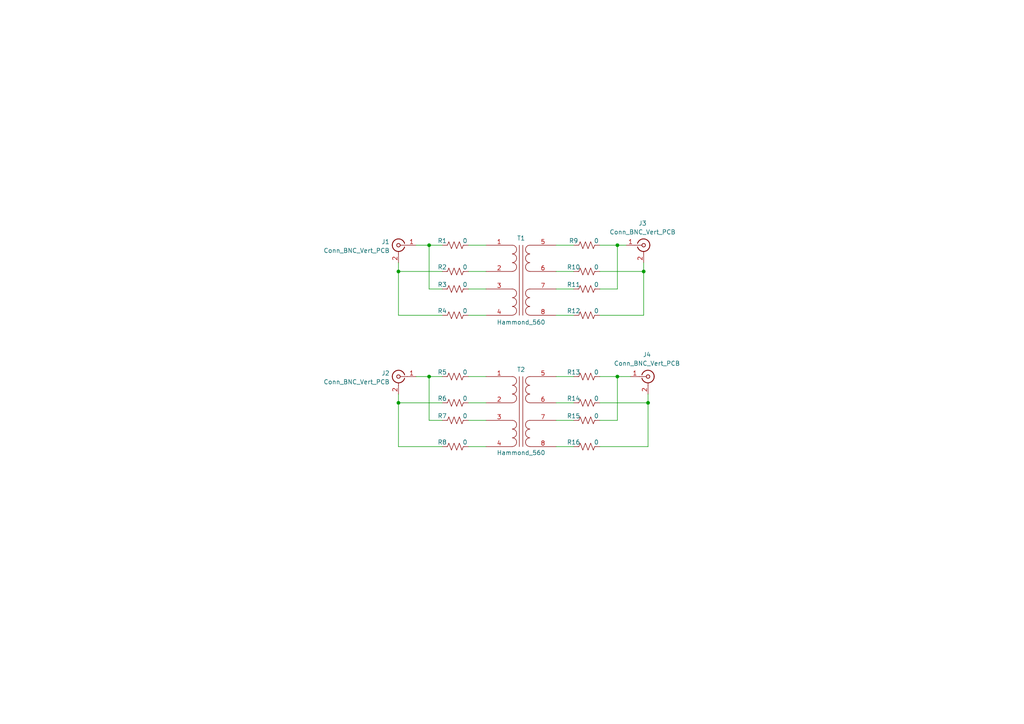
<source format=kicad_sch>
(kicad_sch (version 20231120) (generator "eeschema") (generator_version "8.0")
  (paper "A4")
  (title_block (title "Passive Balanced Audio Isolator") (date "2024-04-22") (rev "A0"))
  (lib_symbols
    (symbol "Device:R_US" (pin_numbers hide) (pin_names (offset 0))
      (property "Reference" "R" (at 2.54 0 90))
      (property "Value" "R_US" (at -2.54 0 90))
      (symbol "R_US_0_1"
        (polyline (pts (xy 0 -2.286) (xy 0 -2.54)))
        (polyline (pts (xy 0 2.286) (xy 0 2.54)))
        (polyline (pts (xy 0 -0.762) (xy 1.016 -1.143) (xy 0 -1.524) (xy -1.016 -1.905) (xy 0 -2.286)))
        (polyline (pts (xy 0 0.762) (xy 1.016 0.381) (xy 0 0) (xy -1.016 -0.381) (xy 0 -0.762)))
        (polyline (pts (xy 0 2.286) (xy 1.016 1.905) (xy 0 1.524) (xy -1.016 1.143) (xy 0 0.762)))
      )
      (symbol "R_US_1_1"
        (pin passive line (at 0 3.81 270) (length 1.27) (name "~") (number "1"))
        (pin passive line (at 0 -3.81 90) (length 1.27) (name "~") (number "2"))
      )
    )
    (symbol "vulcu:Conn_BNC_Vert_PCB" (pin_names (offset 1.016) hide)
      (property "Reference" "J" (at 0.254 3.048 0))
      (property "Value" "Conn_BNC_Vert_PCB" (at 0 4.826 0))
      (symbol "Conn_BNC_Vert_PCB_0_1"
        (arc (start -1.778 -0.508) (mid 0.2311 -1.8066) (end 1.778 0) (stroke (width 0.254)))
        (polyline (pts (xy -2.54 0) (xy -0.508 0)))
        (polyline (pts (xy 0 -2.54) (xy 0 -1.778)))
        (circle (center 0 0) (radius 0.508) (stroke (width 0.2032)))
        (arc (start 1.778 0) (mid 0.2099 1.8101) (end -1.778 0.508) (stroke (width 0.254)))
      )
      (symbol "Conn_BNC_Vert_PCB_1_1"
        (pin passive line (at -5.08 0 0) (length 2.54) (name "In") (number "1"))
        (pin passive line (at 0 -5.08 90) (length 2.54) (name "Ext") (number "2"))
      )
    )
    (symbol "vulcu:Hammond_560" (pin_names (offset 1.016) hide)
      (property "Reference" "T" (at 0 12.7 0))
      (property "Value" "Hammond_560" (at 0 -12.7 0))
      (property "Footprint" "vulcu:XFMR_3302W64P508L4166H216Q9B" (at -0.254 -17.78 0))
      (symbol "Hammond_560_0_1"
        (arc (start -2.54 -10.1346) (mid -1.6599 -9.7701) (end -1.2954 -8.89))
        (arc (start -2.54 -7.5946) (mid -1.6599 -7.2301) (end -1.2954 -6.35))
        (arc (start -2.54 -5.0546) (mid -1.6599 -4.6901) (end -1.2954 -3.81))
        (arc (start -2.54 2.5654) (mid -1.6599 2.9299) (end -1.2954 3.81))
        (arc (start -2.54 5.1054) (mid -1.6599 5.4699) (end -1.2954 6.35))
        (arc (start -2.54 7.6454) (mid -1.6599 8.0099) (end -1.2954 8.89))
        (arc (start -1.2954 -8.89) (mid -1.6457 -7.9883) (end -2.54 -7.62))
        (arc (start -1.2954 -6.35) (mid -1.6457 -5.4483) (end -2.54 -5.08))
        (arc (start -1.2954 -3.81) (mid -1.6457 -2.9083) (end -2.54 -2.54))
        (arc (start -1.2954 3.81) (mid -1.6457 4.7117) (end -2.54 5.08))
        (arc (start -1.2954 6.35) (mid -1.6457 7.2517) (end -2.54 7.62))
        (arc (start -1.2954 8.89) (mid -1.6457 9.7917) (end -2.54 10.16))
        (polyline (pts (xy -0.508 -10.16) (xy -0.508 10.16)))
        (polyline (pts (xy 0.508 10.16) (xy 0.508 -10.16)))
        (arc (start 1.2954 -8.89) (mid 1.6599 -9.7701) (end 2.54 -10.1346))
        (arc (start 1.2954 -6.35) (mid 1.6599 -7.2301) (end 2.54 -7.5946))
        (arc (start 1.2954 -3.81) (mid 1.6599 -4.6901) (end 2.54 -5.0546))
        (arc (start 1.2954 3.81) (mid 1.6599 2.9299) (end 2.54 2.5654))
        (arc (start 1.2954 6.35) (mid 1.6599 5.4699) (end 2.54 5.1054))
        (arc (start 1.2954 8.89) (mid 1.6599 8.0099) (end 2.54 7.6454))
        (arc (start 2.54 -7.62) (mid 1.642 -7.992) (end 1.2954 -8.89))
        (arc (start 2.54 -5.08) (mid 1.642 -5.452) (end 1.2954 -6.35))
        (arc (start 2.54 -2.54) (mid 1.642 -2.912) (end 1.2954 -3.81))
        (arc (start 2.54 5.08) (mid 1.642 4.708) (end 1.2954 3.81))
        (arc (start 2.54 7.62) (mid 1.642 7.248) (end 1.2954 6.35))
        (arc (start 2.54 10.16) (mid 1.642 9.788) (end 1.2954 8.89))
      )
      (symbol "Hammond_560_1_1"
        (pin passive line (at -10.16 10.16 0) (length 7.62) (name "IN1A") (number "1"))
        (pin passive line (at -10.16 2.54 0) (length 7.62) (name "IN1B") (number "2"))
        (pin passive line (at -10.16 -2.54 0) (length 7.62) (name "IN2A") (number "3"))
        (pin passive line (at -10.16 -10.16 0) (length 7.62) (name "IN2B") (number "4"))
        (pin passive line (at 10.16 10.16 180) (length 7.62) (name "OUT1A") (number "5"))
        (pin passive line (at 10.16 2.54 180) (length 7.62) (name "OUT1B") (number "6"))
        (pin passive line (at 10.16 -2.54 180) (length 7.62) (name "OUT2A") (number "7"))
        (pin passive line (at 10.16 -10.16 180) (length 7.62) (name "OUT2B") (number "8"))
      )
    )
  )
  (junction (at 179.07 71.12))
  (junction (at 124.46 109.22))
  (junction (at 186.69 78.74))
  (junction (at 187.96 116.84))
  (junction (at 124.46 71.12))
  (junction (at 115.57 116.84))
  (junction (at 115.57 78.74))
  (junction (at 179.07 109.22))
  (wire (pts (xy 173.99 83.82) (xy 179.07 83.82)))
  (wire (pts (xy 161.29 121.92) (xy 166.37 121.92)))
  (wire (pts (xy 161.29 109.22) (xy 166.37 109.22)))
  (wire (pts (xy 186.69 78.74) (xy 186.69 91.44)))
  (wire (pts (xy 161.29 83.82) (xy 166.37 83.82)))
  (wire (pts (xy 115.57 78.74) (xy 115.57 91.44)))
  (wire (pts (xy 120.65 109.22) (xy 124.46 109.22)))
  (wire (pts (xy 161.29 129.54) (xy 166.37 129.54)))
  (wire (pts (xy 173.99 78.74) (xy 186.69 78.74)))
  (wire (pts (xy 115.57 78.74) (xy 128.27 78.74)))
  (wire (pts (xy 135.89 91.44) (xy 140.97 91.44)))
  (wire (pts (xy 186.69 91.44) (xy 173.99 91.44)))
  (wire (pts (xy 135.89 121.92) (xy 140.97 121.92)))
  (wire (pts (xy 128.27 129.54) (xy 115.57 129.54)))
  (wire (pts (xy 124.46 83.82) (xy 124.46 71.12)))
  (wire (pts (xy 115.57 116.84) (xy 115.57 114.3)))
  (wire (pts (xy 161.29 91.44) (xy 166.37 91.44)))
  (wire (pts (xy 187.96 116.84) (xy 187.96 114.3)))
  (wire (pts (xy 173.99 129.54) (xy 187.96 129.54)))
  (wire (pts (xy 161.29 78.74) (xy 166.37 78.74)))
  (wire (pts (xy 187.96 116.84) (xy 187.96 129.54)))
  (wire (pts (xy 179.07 83.82) (xy 179.07 71.12)))
  (wire (pts (xy 135.89 109.22) (xy 140.97 109.22)))
  (wire (pts (xy 173.99 116.84) (xy 187.96 116.84)))
  (wire (pts (xy 128.27 116.84) (xy 115.57 116.84)))
  (wire (pts (xy 173.99 109.22) (xy 179.07 109.22)))
  (wire (pts (xy 124.46 121.92) (xy 124.46 109.22)))
  (wire (pts (xy 135.89 78.74) (xy 140.97 78.74)))
  (wire (pts (xy 128.27 121.92) (xy 124.46 121.92)))
  (wire (pts (xy 135.89 129.54) (xy 140.97 129.54)))
  (wire (pts (xy 179.07 109.22) (xy 182.88 109.22)))
  (wire (pts (xy 173.99 121.92) (xy 179.07 121.92)))
  (wire (pts (xy 115.57 91.44) (xy 128.27 91.44)))
  (wire (pts (xy 115.57 129.54) (xy 115.57 116.84)))
  (wire (pts (xy 179.07 121.92) (xy 179.07 109.22)))
  (wire (pts (xy 128.27 83.82) (xy 124.46 83.82)))
  (wire (pts (xy 161.29 71.12) (xy 166.37 71.12)))
  (wire (pts (xy 135.89 71.12) (xy 140.97 71.12)))
  (wire (pts (xy 161.29 116.84) (xy 166.37 116.84)))
  (wire (pts (xy 115.57 76.2) (xy 115.57 78.74)))
  (wire (pts (xy 124.46 71.12) (xy 128.27 71.12)))
  (wire (pts (xy 186.69 76.2) (xy 186.69 78.74)))
  (wire (pts (xy 179.07 71.12) (xy 181.61 71.12)))
  (wire (pts (xy 173.99 71.12) (xy 179.07 71.12)))
  (wire (pts (xy 120.65 71.12) (xy 124.46 71.12)))
  (wire (pts (xy 124.46 109.22) (xy 128.27 109.22)))
  (wire (pts (xy 135.89 83.82) (xy 140.97 83.82)))
  (wire (pts (xy 135.89 116.84) (xy 140.97 116.84)))
  (symbol (lib_id "Device:R_US") (at 170.18 116.84 90) (unit 1)
    (property "Reference" "R14" (at 166.37 115.57 90))
    (property "Value" "0" (at 172.974 115.57 90))
    (property "Footprint" "Resistor_SMD:R_0603_1608Metric_Pad0.98x0.95mm_HandSolder" (effects (hide yes)))
    (property "Description" "Resistor, US symbol" (effects (hide yes)))
  )
  (symbol (lib_id "Device:R_US") (at 132.08 83.82 90) (unit 1)
    (property "Reference" "R3" (at 128.27 82.55 90))
    (property "Value" "0" (at 134.874 82.55 90))
    (property "Footprint" "Resistor_SMD:R_0603_1608Metric_Pad0.98x0.95mm_HandSolder" (effects (hide yes)))
    (property "Description" "Resistor, US symbol" (effects (hide yes)))
  )
  (symbol (lib_id "Device:R_US") (at 132.08 109.22 90) (unit 1)
    (property "Reference" "R5" (at 128.27 107.95 90))
    (property "Value" "0" (at 134.874 107.95 90))
    (property "Footprint" "Resistor_SMD:R_0603_1608Metric_Pad0.98x0.95mm_HandSolder" (effects (hide yes)))
    (property "Description" "Resistor, US symbol" (effects (hide yes)))
  )
  (symbol (lib_id "vulcu:Conn_BNC_Vert_PCB") (at 187.96 109.22 0) (unit 1)
    (property "Reference" "J4" (at 187.6426 102.87 0))
    (property "Value" "Conn_BNC_Vert_PCB" (at 187.6426 105.41 0))
    (property "Footprint" "vulcu:AMPHENOL_112405-12" (effects (hide yes)))
    (property "Datasheet" " ~" (effects (hide yes)))
    (property "Description" "PCB-Mount Vertical BNC Connector" (effects (hide yes)))
  )
  (symbol (lib_id "vulcu:Conn_BNC_Vert_PCB") (at 115.57 109.22 0) (mirror y) (unit 1)
    (property "Reference" "J2" (at 113.03 108.2431 0) (effects (justify left)))
    (property "Value" "Conn_BNC_Vert_PCB" (at 113.03 110.7831 0) (effects (justify left)))
    (property "Footprint" "vulcu:AMPHENOL_112405-12" (effects (hide yes)))
    (property "Datasheet" " ~" (effects (hide yes)))
    (property "Description" "PCB-Mount Vertical BNC Connector" (effects (hide yes)))
  )
  (symbol (lib_id "Device:R_US") (at 132.08 91.44 90) (unit 1)
    (property "Reference" "R4" (at 128.27 90.17 90))
    (property "Value" "0" (at 134.874 90.17 90))
    (property "Footprint" "Resistor_SMD:R_0603_1608Metric_Pad0.98x0.95mm_HandSolder" (effects (hide yes)))
    (property "Description" "Resistor, US symbol" (effects (hide yes)))
  )
  (symbol (lib_id "vulcu:Conn_BNC_Vert_PCB") (at 186.69 71.12 0) (unit 1)
    (property "Reference" "J3" (at 186.3726 64.77 0))
    (property "Value" "Conn_BNC_Vert_PCB" (at 186.3726 67.31 0))
    (property "Footprint" "vulcu:AMPHENOL_112405-12" (effects (hide yes)))
    (property "Datasheet" " ~" (effects (hide yes)))
    (property "Description" "PCB-Mount Vertical BNC Connector" (effects (hide yes)))
  )
  (symbol (lib_id "vulcu:Conn_BNC_Vert_PCB") (at 115.57 71.12 0) (mirror y) (unit 1)
    (property "Reference" "J1" (at 113.03 70.1431 0) (effects (justify left)))
    (property "Value" "Conn_BNC_Vert_PCB" (at 113.03 72.6831 0) (effects (justify left)))
    (property "Footprint" "vulcu:AMPHENOL_112405-12" (effects (hide yes)))
    (property "Datasheet" " ~" (effects (hide yes)))
    (property "Description" "PCB-Mount Vertical BNC Connector" (effects (hide yes)))
  )
  (symbol (lib_id "Device:R_US") (at 170.18 129.54 90) (unit 1)
    (property "Reference" "R16" (at 166.37 128.27 90))
    (property "Value" "0" (at 172.974 128.27 90))
    (property "Footprint" "Resistor_SMD:R_0603_1608Metric_Pad0.98x0.95mm_HandSolder" (effects (hide yes)))
    (property "Description" "Resistor, US symbol" (effects (hide yes)))
  )
  (symbol (lib_id "Device:R_US") (at 170.18 91.44 90) (unit 1)
    (property "Reference" "R12" (at 166.37 90.17 90))
    (property "Value" "0" (at 172.974 90.17 90))
    (property "Footprint" "Resistor_SMD:R_0603_1608Metric_Pad0.98x0.95mm_HandSolder" (effects (hide yes)))
    (property "Description" "Resistor, US symbol" (effects (hide yes)))
  )
  (symbol (lib_id "Device:R_US") (at 132.08 78.74 90) (unit 1)
    (property "Reference" "R2" (at 128.27 77.47 90))
    (property "Value" "0" (at 134.874 77.47 90))
    (property "Footprint" "Resistor_SMD:R_0603_1608Metric_Pad0.98x0.95mm_HandSolder" (effects (hide yes)))
    (property "Description" "Resistor, US symbol" (effects (hide yes)))
  )
  (symbol (lib_id "Device:R_US") (at 170.18 71.12 90) (unit 1)
    (property "Reference" "R9" (at 166.37 69.85 90))
    (property "Value" "0" (at 172.974 69.85 90))
    (property "Footprint" "Resistor_SMD:R_0603_1608Metric_Pad0.98x0.95mm_HandSolder" (effects (hide yes)))
    (property "Description" "Resistor, US symbol" (effects (hide yes)))
  )
  (symbol (lib_id "Device:R_US") (at 132.08 116.84 90) (unit 1)
    (property "Reference" "R6" (at 128.27 115.57 90))
    (property "Value" "0" (at 134.874 115.57 90))
    (property "Footprint" "Resistor_SMD:R_0603_1608Metric_Pad0.98x0.95mm_HandSolder" (effects (hide yes)))
    (property "Description" "Resistor, US symbol" (effects (hide yes)))
  )
  (symbol (lib_id "vulcu:Hammond_560") (at 151.13 81.28 0) (unit 1)
    (property "Reference" "T1" (at 151.13 69.088 0))
    (property "Value" "Hammond_560" (at 151.13 93.472 0))
    (property "Footprint" "vulcu:XFMR_3302W64P508L4166H216Q9B" (effects (hide yes)))
    (property "Description" "Dual Primary, Dual Secondary" (effects (hide yes)))
  )
  (symbol (lib_id "Device:R_US") (at 170.18 109.22 90) (unit 1)
    (property "Reference" "R13" (at 166.37 107.95 90))
    (property "Value" "0" (at 172.974 107.95 90))
    (property "Footprint" "Resistor_SMD:R_0603_1608Metric_Pad0.98x0.95mm_HandSolder" (effects (hide yes)))
    (property "Description" "Resistor, US symbol" (effects (hide yes)))
  )
  (symbol (lib_id "Device:R_US") (at 170.18 83.82 90) (unit 1)
    (property "Reference" "R11" (at 166.37 82.55 90))
    (property "Value" "0" (at 172.974 82.55 90))
    (property "Footprint" "Resistor_SMD:R_0603_1608Metric_Pad0.98x0.95mm_HandSolder" (effects (hide yes)))
    (property "Description" "Resistor, US symbol" (effects (hide yes)))
  )
  (symbol (lib_id "vulcu:Hammond_560") (at 151.13 119.38 0) (unit 1)
    (property "Reference" "T2" (at 151.13 107.188 0))
    (property "Value" "Hammond_560" (at 151.13 131.318 0))
    (property "Footprint" "vulcu:XFMR_3302W64P508L4166H216Q9B" (effects (hide yes)))
    (property "Description" "Dual Primary, Dual Secondary" (effects (hide yes)))
  )
  (symbol (lib_id "Device:R_US") (at 132.08 129.54 90) (unit 1)
    (property "Reference" "R8" (at 128.27 128.27 90))
    (property "Value" "0" (at 134.874 128.27 90))
    (property "Footprint" "Resistor_SMD:R_0603_1608Metric_Pad0.98x0.95mm_HandSolder" (effects (hide yes)))
    (property "Description" "Resistor, US symbol" (effects (hide yes)))
  )
  (symbol (lib_id "Device:R_US") (at 132.08 121.92 90) (unit 1)
    (property "Reference" "R7" (at 128.27 120.65 90))
    (property "Value" "0" (at 134.874 120.65 90))
    (property "Footprint" "Resistor_SMD:R_0603_1608Metric_Pad0.98x0.95mm_HandSolder" (effects (hide yes)))
    (property "Description" "Resistor, US symbol" (effects (hide yes)))
  )
  (symbol (lib_id "Device:R_US") (at 170.18 78.74 90) (unit 1)
    (property "Reference" "R10" (at 166.37 77.47 90))
    (property "Value" "0" (at 172.974 77.47 90))
    (property "Footprint" "Resistor_SMD:R_0603_1608Metric_Pad0.98x0.95mm_HandSolder" (effects (hide yes)))
    (property "Description" "Resistor, US symbol" (effects (hide yes)))
  )
  (symbol (lib_id "Device:R_US") (at 170.18 121.92 90) (unit 1)
    (property "Reference" "R15" (at 166.37 120.65 90))
    (property "Value" "0" (at 172.974 120.65 90))
    (property "Footprint" "Resistor_SMD:R_0603_1608Metric_Pad0.98x0.95mm_HandSolder" (effects (hide yes)))
    (property "Description" "Resistor, US symbol" (effects (hide yes)))
  )
  (symbol (lib_id "Device:R_US") (at 132.08 71.12 90) (unit 1)
    (property "Reference" "R1" (at 128.27 69.85 90))
    (property "Value" "0" (at 134.874 69.85 90))
    (property "Footprint" "Resistor_SMD:R_0603_1608Metric_Pad0.98x0.95mm_HandSolder" (effects (hide yes)))
    (property "Description" "Resistor, US symbol" (effects (hide yes)))
  )
)
</source>
